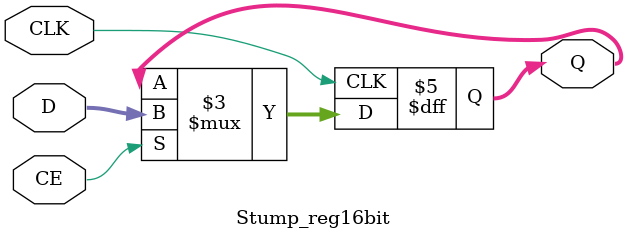
<source format=v>
module Stump_reg16bit  (input wire CLK,
			input wire CE,
			input wire [15:0] D,
			output reg [15:0] Q
			);
			
always @(posedge CLK)
if (CE == 1)
  Q <= D;
  
endmodule

</source>
